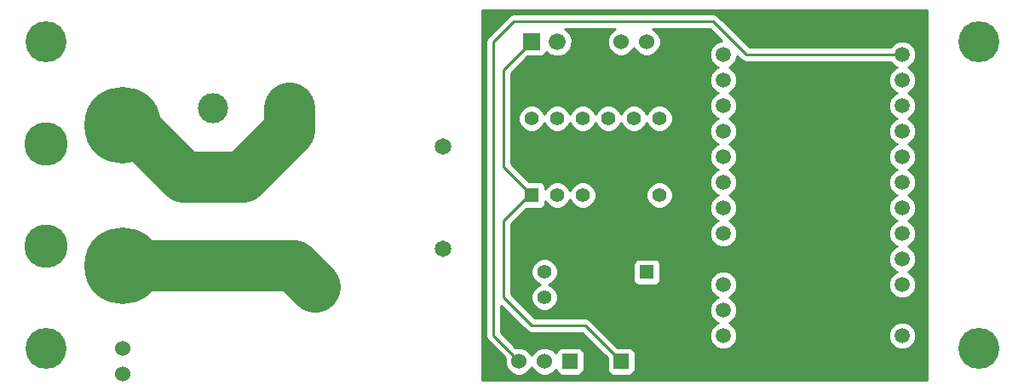
<source format=gbl>
G04 (created by PCBNEW (2013-07-07 BZR 4022)-stable) date Thu 15 Aug 2013 17:22:16 CST*
%MOIN*%
G04 Gerber Fmt 3.4, Leading zero omitted, Abs format*
%FSLAX34Y34*%
G01*
G70*
G90*
G04 APERTURE LIST*
%ADD10C,0.006*%
%ADD11C,0.0649*%
%ADD12C,0.121*%
%ADD13C,0.1181*%
%ADD14C,0.16*%
%ADD15R,0.06X0.06*%
%ADD16C,0.06*%
%ADD17R,0.055X0.055*%
%ADD18C,0.055*%
%ADD19R,0.066X0.066*%
%ADD20C,0.066*%
%ADD21C,0.17*%
%ADD22C,0.3*%
%ADD23C,0.0590551*%
%ADD24C,0.01*%
%ADD25C,0.2*%
G04 APERTURE END LIST*
G54D10*
G54D11*
X52943Y-38602D03*
X52943Y-34603D03*
G54D12*
X47944Y-40098D03*
G54D13*
X43940Y-33107D03*
X46944Y-33107D03*
G54D14*
X37400Y-42500D03*
X37400Y-30500D03*
X73900Y-42500D03*
X73900Y-30500D03*
G54D15*
X57900Y-43000D03*
G54D16*
X56900Y-43000D03*
X55900Y-43000D03*
G54D17*
X60900Y-39500D03*
G54D18*
X59900Y-39500D03*
G54D16*
X59900Y-30500D03*
X60900Y-30500D03*
G54D17*
X56400Y-36500D03*
G54D18*
X56400Y-33500D03*
X57900Y-39500D03*
X56900Y-39500D03*
X56900Y-40500D03*
G54D19*
X56400Y-30500D03*
G54D20*
X57400Y-30500D03*
G54D16*
X40400Y-43500D03*
X40400Y-42500D03*
G54D21*
X37400Y-38500D03*
X37400Y-34500D03*
G54D22*
X40400Y-39250D03*
X40400Y-33750D03*
G54D15*
X59900Y-43000D03*
G54D16*
X60900Y-43000D03*
G54D23*
X70900Y-42000D03*
X70900Y-41000D03*
X70900Y-40000D03*
X70900Y-39000D03*
X70900Y-38000D03*
X70900Y-37000D03*
X70900Y-36000D03*
X70900Y-35000D03*
X70900Y-34000D03*
X70900Y-33000D03*
X70900Y-32000D03*
X70900Y-31000D03*
X63900Y-31000D03*
X63900Y-32000D03*
X63900Y-33000D03*
X63900Y-34000D03*
X63900Y-35000D03*
X63900Y-36000D03*
X63900Y-37000D03*
X63900Y-38000D03*
X63900Y-39000D03*
X63900Y-40000D03*
X63900Y-41000D03*
X63900Y-42000D03*
G54D18*
X60400Y-33500D03*
X60400Y-36500D03*
X61400Y-33500D03*
X61400Y-36500D03*
X59400Y-33500D03*
X59400Y-36500D03*
X58400Y-33500D03*
X58400Y-36500D03*
X57400Y-33500D03*
X57400Y-36500D03*
G54D24*
X56400Y-36500D02*
X56300Y-36500D01*
X58500Y-41600D02*
X59900Y-43000D01*
X56400Y-41600D02*
X58500Y-41600D01*
X55300Y-40500D02*
X56400Y-41600D01*
X55300Y-37500D02*
X55300Y-40500D01*
X56300Y-36500D02*
X55300Y-37500D01*
X56400Y-30500D02*
X55300Y-31600D01*
X55300Y-35400D02*
X56400Y-36500D01*
X55300Y-31600D02*
X55300Y-35400D01*
X70900Y-31000D02*
X64800Y-31000D01*
X54900Y-42000D02*
X55900Y-43000D01*
X54900Y-30500D02*
X54900Y-42000D01*
X55700Y-29700D02*
X54900Y-30500D01*
X63500Y-29700D02*
X55700Y-29700D01*
X64800Y-31000D02*
X63500Y-29700D01*
X63900Y-43000D02*
X65900Y-41000D01*
X63900Y-39000D02*
X59900Y-39000D01*
X59900Y-39000D02*
X59900Y-37000D01*
X70900Y-41000D02*
X65900Y-41000D01*
X65900Y-41000D02*
X63900Y-39000D01*
X60900Y-43000D02*
X63900Y-43000D01*
X59400Y-36500D02*
X59900Y-37000D01*
X59900Y-39500D02*
X59900Y-39000D01*
X59900Y-37000D02*
X60400Y-36500D01*
X59900Y-39500D02*
X57900Y-39500D01*
G54D25*
X40400Y-33750D02*
X40750Y-33750D01*
X46944Y-33956D02*
X46944Y-33107D01*
X45100Y-35800D02*
X46944Y-33956D01*
X42800Y-35800D02*
X45100Y-35800D01*
X40750Y-33750D02*
X42800Y-35800D01*
X47096Y-39250D02*
X47944Y-40098D01*
X40400Y-39250D02*
X47096Y-39250D01*
G54D10*
G36*
X71850Y-43730D02*
X71445Y-43730D01*
X71445Y-41892D01*
X71445Y-39892D01*
X71362Y-39691D01*
X71209Y-39538D01*
X71117Y-39500D01*
X71208Y-39462D01*
X71361Y-39309D01*
X71445Y-39108D01*
X71445Y-38892D01*
X71362Y-38691D01*
X71209Y-38538D01*
X71117Y-38500D01*
X71208Y-38462D01*
X71361Y-38309D01*
X71445Y-38108D01*
X71445Y-37892D01*
X71362Y-37691D01*
X71209Y-37538D01*
X71117Y-37500D01*
X71208Y-37462D01*
X71361Y-37309D01*
X71445Y-37108D01*
X71445Y-36892D01*
X71362Y-36691D01*
X71209Y-36538D01*
X71117Y-36500D01*
X71208Y-36462D01*
X71361Y-36309D01*
X71445Y-36108D01*
X71445Y-35892D01*
X71362Y-35691D01*
X71209Y-35538D01*
X71117Y-35500D01*
X71208Y-35462D01*
X71361Y-35309D01*
X71445Y-35108D01*
X71445Y-34892D01*
X71362Y-34691D01*
X71209Y-34538D01*
X71117Y-34500D01*
X71208Y-34462D01*
X71361Y-34309D01*
X71445Y-34108D01*
X71445Y-33892D01*
X71362Y-33691D01*
X71209Y-33538D01*
X71117Y-33500D01*
X71208Y-33462D01*
X71361Y-33309D01*
X71445Y-33108D01*
X71445Y-32892D01*
X71362Y-32691D01*
X71209Y-32538D01*
X71117Y-32500D01*
X71208Y-32462D01*
X71361Y-32309D01*
X71445Y-32108D01*
X71445Y-31892D01*
X71362Y-31691D01*
X71209Y-31538D01*
X71117Y-31500D01*
X71208Y-31462D01*
X71361Y-31309D01*
X71445Y-31108D01*
X71445Y-30892D01*
X71362Y-30691D01*
X71209Y-30538D01*
X71008Y-30454D01*
X70792Y-30454D01*
X70591Y-30537D01*
X70438Y-30690D01*
X70434Y-30700D01*
X64924Y-30700D01*
X63712Y-29487D01*
X63614Y-29422D01*
X63500Y-29400D01*
X55700Y-29400D01*
X55585Y-29422D01*
X55487Y-29487D01*
X54687Y-30287D01*
X54622Y-30385D01*
X54600Y-30500D01*
X54600Y-42000D01*
X54622Y-42114D01*
X54687Y-42212D01*
X55354Y-42878D01*
X55350Y-42890D01*
X55349Y-43108D01*
X55433Y-43311D01*
X55588Y-43465D01*
X55790Y-43549D01*
X56008Y-43550D01*
X56211Y-43466D01*
X56365Y-43311D01*
X56399Y-43230D01*
X56433Y-43311D01*
X56588Y-43465D01*
X56790Y-43549D01*
X57008Y-43550D01*
X57211Y-43466D01*
X57349Y-43327D01*
X57349Y-43349D01*
X57387Y-43441D01*
X57458Y-43511D01*
X57550Y-43549D01*
X57649Y-43550D01*
X58249Y-43550D01*
X58341Y-43512D01*
X58411Y-43441D01*
X58449Y-43349D01*
X58450Y-43250D01*
X58450Y-42650D01*
X58412Y-42558D01*
X58341Y-42488D01*
X58249Y-42450D01*
X58150Y-42449D01*
X57550Y-42449D01*
X57458Y-42487D01*
X57388Y-42558D01*
X57350Y-42650D01*
X57350Y-42672D01*
X57211Y-42534D01*
X57009Y-42450D01*
X56791Y-42449D01*
X56588Y-42533D01*
X56434Y-42688D01*
X56400Y-42769D01*
X56366Y-42688D01*
X56211Y-42534D01*
X56009Y-42450D01*
X55791Y-42449D01*
X55779Y-42454D01*
X55200Y-41875D01*
X55200Y-40824D01*
X56187Y-41812D01*
X56187Y-41812D01*
X56285Y-41877D01*
X56400Y-41900D01*
X58375Y-41900D01*
X59349Y-42874D01*
X59349Y-43349D01*
X59387Y-43441D01*
X59458Y-43511D01*
X59550Y-43549D01*
X59649Y-43550D01*
X60249Y-43550D01*
X60341Y-43512D01*
X60411Y-43441D01*
X60449Y-43349D01*
X60450Y-43250D01*
X60450Y-42650D01*
X60412Y-42558D01*
X60341Y-42488D01*
X60249Y-42450D01*
X60150Y-42449D01*
X59774Y-42449D01*
X58712Y-41387D01*
X58614Y-41322D01*
X58500Y-41300D01*
X57425Y-41300D01*
X57425Y-40396D01*
X57345Y-40203D01*
X57197Y-40055D01*
X57064Y-39999D01*
X57197Y-39945D01*
X57344Y-39797D01*
X57424Y-39604D01*
X57425Y-39396D01*
X57345Y-39203D01*
X57197Y-39055D01*
X57004Y-38975D01*
X56796Y-38974D01*
X56603Y-39054D01*
X56455Y-39202D01*
X56375Y-39395D01*
X56374Y-39603D01*
X56454Y-39797D01*
X56602Y-39944D01*
X56735Y-40000D01*
X56603Y-40054D01*
X56455Y-40202D01*
X56375Y-40395D01*
X56374Y-40603D01*
X56454Y-40797D01*
X56602Y-40944D01*
X56795Y-41024D01*
X57003Y-41025D01*
X57197Y-40945D01*
X57344Y-40797D01*
X57424Y-40604D01*
X57425Y-40396D01*
X57425Y-41300D01*
X56524Y-41300D01*
X55600Y-40375D01*
X55600Y-37624D01*
X56199Y-37025D01*
X56724Y-37025D01*
X56816Y-36987D01*
X56886Y-36916D01*
X56924Y-36824D01*
X56925Y-36725D01*
X56925Y-36725D01*
X56954Y-36797D01*
X57102Y-36944D01*
X57295Y-37024D01*
X57503Y-37025D01*
X57697Y-36945D01*
X57844Y-36797D01*
X57900Y-36664D01*
X57954Y-36797D01*
X58102Y-36944D01*
X58295Y-37024D01*
X58503Y-37025D01*
X58697Y-36945D01*
X58844Y-36797D01*
X58924Y-36604D01*
X58925Y-36396D01*
X58845Y-36203D01*
X58697Y-36055D01*
X58504Y-35975D01*
X58296Y-35974D01*
X58103Y-36054D01*
X57955Y-36202D01*
X57899Y-36335D01*
X57845Y-36203D01*
X57697Y-36055D01*
X57504Y-35975D01*
X57296Y-35974D01*
X57103Y-36054D01*
X56955Y-36202D01*
X56925Y-36274D01*
X56925Y-36175D01*
X56887Y-36083D01*
X56816Y-36013D01*
X56724Y-35975D01*
X56625Y-35974D01*
X56299Y-35974D01*
X55600Y-35275D01*
X55600Y-31724D01*
X56244Y-31080D01*
X56779Y-31080D01*
X56871Y-31042D01*
X56941Y-30971D01*
X56974Y-30894D01*
X57071Y-30991D01*
X57284Y-31079D01*
X57514Y-31080D01*
X57728Y-30991D01*
X57891Y-30828D01*
X57979Y-30615D01*
X57980Y-30385D01*
X57891Y-30171D01*
X57728Y-30008D01*
X57708Y-30000D01*
X59669Y-30000D01*
X59588Y-30033D01*
X59434Y-30188D01*
X59350Y-30390D01*
X59349Y-30608D01*
X59433Y-30811D01*
X59588Y-30965D01*
X59790Y-31049D01*
X60008Y-31050D01*
X60211Y-30966D01*
X60365Y-30811D01*
X60399Y-30730D01*
X60433Y-30811D01*
X60588Y-30965D01*
X60790Y-31049D01*
X61008Y-31050D01*
X61211Y-30966D01*
X61365Y-30811D01*
X61449Y-30609D01*
X61450Y-30391D01*
X61366Y-30188D01*
X61211Y-30034D01*
X61130Y-30000D01*
X63375Y-30000D01*
X63830Y-30454D01*
X63792Y-30454D01*
X63591Y-30537D01*
X63438Y-30690D01*
X63354Y-30891D01*
X63354Y-31107D01*
X63437Y-31308D01*
X63590Y-31461D01*
X63682Y-31499D01*
X63591Y-31537D01*
X63438Y-31690D01*
X63354Y-31891D01*
X63354Y-32107D01*
X63437Y-32308D01*
X63590Y-32461D01*
X63682Y-32499D01*
X63591Y-32537D01*
X63438Y-32690D01*
X63354Y-32891D01*
X63354Y-33107D01*
X63437Y-33308D01*
X63590Y-33461D01*
X63682Y-33499D01*
X63591Y-33537D01*
X63438Y-33690D01*
X63354Y-33891D01*
X63354Y-34107D01*
X63437Y-34308D01*
X63590Y-34461D01*
X63682Y-34499D01*
X63591Y-34537D01*
X63438Y-34690D01*
X63354Y-34891D01*
X63354Y-35107D01*
X63437Y-35308D01*
X63590Y-35461D01*
X63682Y-35499D01*
X63591Y-35537D01*
X63438Y-35690D01*
X63354Y-35891D01*
X63354Y-36107D01*
X63437Y-36308D01*
X63590Y-36461D01*
X63682Y-36499D01*
X63591Y-36537D01*
X63438Y-36690D01*
X63354Y-36891D01*
X63354Y-37107D01*
X63437Y-37308D01*
X63590Y-37461D01*
X63682Y-37499D01*
X63591Y-37537D01*
X63438Y-37690D01*
X63354Y-37891D01*
X63354Y-38107D01*
X63437Y-38308D01*
X63590Y-38461D01*
X63791Y-38545D01*
X64007Y-38545D01*
X64208Y-38462D01*
X64361Y-38309D01*
X64445Y-38108D01*
X64445Y-37892D01*
X64362Y-37691D01*
X64209Y-37538D01*
X64117Y-37500D01*
X64208Y-37462D01*
X64361Y-37309D01*
X64445Y-37108D01*
X64445Y-36892D01*
X64362Y-36691D01*
X64209Y-36538D01*
X64117Y-36500D01*
X64208Y-36462D01*
X64361Y-36309D01*
X64445Y-36108D01*
X64445Y-35892D01*
X64362Y-35691D01*
X64209Y-35538D01*
X64117Y-35500D01*
X64208Y-35462D01*
X64361Y-35309D01*
X64445Y-35108D01*
X64445Y-34892D01*
X64362Y-34691D01*
X64209Y-34538D01*
X64117Y-34500D01*
X64208Y-34462D01*
X64361Y-34309D01*
X64445Y-34108D01*
X64445Y-33892D01*
X64362Y-33691D01*
X64209Y-33538D01*
X64117Y-33500D01*
X64208Y-33462D01*
X64361Y-33309D01*
X64445Y-33108D01*
X64445Y-32892D01*
X64362Y-32691D01*
X64209Y-32538D01*
X64117Y-32500D01*
X64208Y-32462D01*
X64361Y-32309D01*
X64445Y-32108D01*
X64445Y-31892D01*
X64362Y-31691D01*
X64209Y-31538D01*
X64117Y-31500D01*
X64208Y-31462D01*
X64361Y-31309D01*
X64445Y-31108D01*
X64445Y-31069D01*
X64587Y-31212D01*
X64685Y-31277D01*
X64800Y-31300D01*
X70433Y-31300D01*
X70437Y-31308D01*
X70590Y-31461D01*
X70682Y-31499D01*
X70591Y-31537D01*
X70438Y-31690D01*
X70354Y-31891D01*
X70354Y-32107D01*
X70437Y-32308D01*
X70590Y-32461D01*
X70682Y-32499D01*
X70591Y-32537D01*
X70438Y-32690D01*
X70354Y-32891D01*
X70354Y-33107D01*
X70437Y-33308D01*
X70590Y-33461D01*
X70682Y-33499D01*
X70591Y-33537D01*
X70438Y-33690D01*
X70354Y-33891D01*
X70354Y-34107D01*
X70437Y-34308D01*
X70590Y-34461D01*
X70682Y-34499D01*
X70591Y-34537D01*
X70438Y-34690D01*
X70354Y-34891D01*
X70354Y-35107D01*
X70437Y-35308D01*
X70590Y-35461D01*
X70682Y-35499D01*
X70591Y-35537D01*
X70438Y-35690D01*
X70354Y-35891D01*
X70354Y-36107D01*
X70437Y-36308D01*
X70590Y-36461D01*
X70682Y-36499D01*
X70591Y-36537D01*
X70438Y-36690D01*
X70354Y-36891D01*
X70354Y-37107D01*
X70437Y-37308D01*
X70590Y-37461D01*
X70682Y-37499D01*
X70591Y-37537D01*
X70438Y-37690D01*
X70354Y-37891D01*
X70354Y-38107D01*
X70437Y-38308D01*
X70590Y-38461D01*
X70682Y-38499D01*
X70591Y-38537D01*
X70438Y-38690D01*
X70354Y-38891D01*
X70354Y-39107D01*
X70437Y-39308D01*
X70590Y-39461D01*
X70682Y-39499D01*
X70591Y-39537D01*
X70438Y-39690D01*
X70354Y-39891D01*
X70354Y-40107D01*
X70437Y-40308D01*
X70590Y-40461D01*
X70791Y-40545D01*
X71007Y-40545D01*
X71208Y-40462D01*
X71361Y-40309D01*
X71445Y-40108D01*
X71445Y-39892D01*
X71445Y-41892D01*
X71362Y-41691D01*
X71209Y-41538D01*
X71008Y-41454D01*
X70792Y-41454D01*
X70591Y-41537D01*
X70438Y-41690D01*
X70354Y-41891D01*
X70354Y-42107D01*
X70437Y-42308D01*
X70590Y-42461D01*
X70791Y-42545D01*
X71007Y-42545D01*
X71208Y-42462D01*
X71361Y-42309D01*
X71445Y-42108D01*
X71445Y-41892D01*
X71445Y-43730D01*
X64445Y-43730D01*
X64445Y-41892D01*
X64362Y-41691D01*
X64209Y-41538D01*
X64117Y-41500D01*
X64208Y-41462D01*
X64361Y-41309D01*
X64445Y-41108D01*
X64445Y-40892D01*
X64362Y-40691D01*
X64209Y-40538D01*
X64117Y-40500D01*
X64208Y-40462D01*
X64361Y-40309D01*
X64445Y-40108D01*
X64445Y-39892D01*
X64362Y-39691D01*
X64209Y-39538D01*
X64008Y-39454D01*
X63792Y-39454D01*
X63591Y-39537D01*
X63438Y-39690D01*
X63354Y-39891D01*
X63354Y-40107D01*
X63437Y-40308D01*
X63590Y-40461D01*
X63682Y-40499D01*
X63591Y-40537D01*
X63438Y-40690D01*
X63354Y-40891D01*
X63354Y-41107D01*
X63437Y-41308D01*
X63590Y-41461D01*
X63682Y-41499D01*
X63591Y-41537D01*
X63438Y-41690D01*
X63354Y-41891D01*
X63354Y-42107D01*
X63437Y-42308D01*
X63590Y-42461D01*
X63791Y-42545D01*
X64007Y-42545D01*
X64208Y-42462D01*
X64361Y-42309D01*
X64445Y-42108D01*
X64445Y-41892D01*
X64445Y-43730D01*
X61925Y-43730D01*
X61925Y-36396D01*
X61925Y-33396D01*
X61845Y-33203D01*
X61697Y-33055D01*
X61504Y-32975D01*
X61296Y-32974D01*
X61103Y-33054D01*
X60955Y-33202D01*
X60899Y-33335D01*
X60845Y-33203D01*
X60697Y-33055D01*
X60504Y-32975D01*
X60296Y-32974D01*
X60103Y-33054D01*
X59955Y-33202D01*
X59899Y-33335D01*
X59845Y-33203D01*
X59697Y-33055D01*
X59504Y-32975D01*
X59296Y-32974D01*
X59103Y-33054D01*
X58955Y-33202D01*
X58899Y-33335D01*
X58845Y-33203D01*
X58697Y-33055D01*
X58504Y-32975D01*
X58296Y-32974D01*
X58103Y-33054D01*
X57955Y-33202D01*
X57899Y-33335D01*
X57845Y-33203D01*
X57697Y-33055D01*
X57504Y-32975D01*
X57296Y-32974D01*
X57103Y-33054D01*
X56955Y-33202D01*
X56899Y-33335D01*
X56845Y-33203D01*
X56697Y-33055D01*
X56504Y-32975D01*
X56296Y-32974D01*
X56103Y-33054D01*
X55955Y-33202D01*
X55875Y-33395D01*
X55874Y-33603D01*
X55954Y-33797D01*
X56102Y-33944D01*
X56295Y-34024D01*
X56503Y-34025D01*
X56697Y-33945D01*
X56844Y-33797D01*
X56900Y-33664D01*
X56954Y-33797D01*
X57102Y-33944D01*
X57295Y-34024D01*
X57503Y-34025D01*
X57697Y-33945D01*
X57844Y-33797D01*
X57900Y-33664D01*
X57954Y-33797D01*
X58102Y-33944D01*
X58295Y-34024D01*
X58503Y-34025D01*
X58697Y-33945D01*
X58844Y-33797D01*
X58900Y-33664D01*
X58954Y-33797D01*
X59102Y-33944D01*
X59295Y-34024D01*
X59503Y-34025D01*
X59697Y-33945D01*
X59844Y-33797D01*
X59900Y-33664D01*
X59954Y-33797D01*
X60102Y-33944D01*
X60295Y-34024D01*
X60503Y-34025D01*
X60697Y-33945D01*
X60844Y-33797D01*
X60900Y-33664D01*
X60954Y-33797D01*
X61102Y-33944D01*
X61295Y-34024D01*
X61503Y-34025D01*
X61697Y-33945D01*
X61844Y-33797D01*
X61924Y-33604D01*
X61925Y-33396D01*
X61925Y-36396D01*
X61845Y-36203D01*
X61697Y-36055D01*
X61504Y-35975D01*
X61296Y-35974D01*
X61103Y-36054D01*
X60955Y-36202D01*
X60875Y-36395D01*
X60874Y-36603D01*
X60954Y-36797D01*
X61102Y-36944D01*
X61295Y-37024D01*
X61503Y-37025D01*
X61697Y-36945D01*
X61844Y-36797D01*
X61924Y-36604D01*
X61925Y-36396D01*
X61925Y-43730D01*
X61425Y-43730D01*
X61425Y-39725D01*
X61425Y-39175D01*
X61387Y-39083D01*
X61316Y-39013D01*
X61224Y-38975D01*
X61125Y-38974D01*
X60575Y-38974D01*
X60483Y-39012D01*
X60413Y-39083D01*
X60375Y-39175D01*
X60374Y-39274D01*
X60374Y-39824D01*
X60412Y-39916D01*
X60483Y-39986D01*
X60575Y-40024D01*
X60674Y-40025D01*
X61224Y-40025D01*
X61316Y-39987D01*
X61386Y-39916D01*
X61424Y-39824D01*
X61425Y-39725D01*
X61425Y-43730D01*
X54450Y-43730D01*
X54450Y-29269D01*
X71850Y-29269D01*
X71850Y-43730D01*
X71850Y-43730D01*
G37*
G54D24*
X71850Y-43730D02*
X71445Y-43730D01*
X71445Y-41892D01*
X71445Y-39892D01*
X71362Y-39691D01*
X71209Y-39538D01*
X71117Y-39500D01*
X71208Y-39462D01*
X71361Y-39309D01*
X71445Y-39108D01*
X71445Y-38892D01*
X71362Y-38691D01*
X71209Y-38538D01*
X71117Y-38500D01*
X71208Y-38462D01*
X71361Y-38309D01*
X71445Y-38108D01*
X71445Y-37892D01*
X71362Y-37691D01*
X71209Y-37538D01*
X71117Y-37500D01*
X71208Y-37462D01*
X71361Y-37309D01*
X71445Y-37108D01*
X71445Y-36892D01*
X71362Y-36691D01*
X71209Y-36538D01*
X71117Y-36500D01*
X71208Y-36462D01*
X71361Y-36309D01*
X71445Y-36108D01*
X71445Y-35892D01*
X71362Y-35691D01*
X71209Y-35538D01*
X71117Y-35500D01*
X71208Y-35462D01*
X71361Y-35309D01*
X71445Y-35108D01*
X71445Y-34892D01*
X71362Y-34691D01*
X71209Y-34538D01*
X71117Y-34500D01*
X71208Y-34462D01*
X71361Y-34309D01*
X71445Y-34108D01*
X71445Y-33892D01*
X71362Y-33691D01*
X71209Y-33538D01*
X71117Y-33500D01*
X71208Y-33462D01*
X71361Y-33309D01*
X71445Y-33108D01*
X71445Y-32892D01*
X71362Y-32691D01*
X71209Y-32538D01*
X71117Y-32500D01*
X71208Y-32462D01*
X71361Y-32309D01*
X71445Y-32108D01*
X71445Y-31892D01*
X71362Y-31691D01*
X71209Y-31538D01*
X71117Y-31500D01*
X71208Y-31462D01*
X71361Y-31309D01*
X71445Y-31108D01*
X71445Y-30892D01*
X71362Y-30691D01*
X71209Y-30538D01*
X71008Y-30454D01*
X70792Y-30454D01*
X70591Y-30537D01*
X70438Y-30690D01*
X70434Y-30700D01*
X64924Y-30700D01*
X63712Y-29487D01*
X63614Y-29422D01*
X63500Y-29400D01*
X55700Y-29400D01*
X55585Y-29422D01*
X55487Y-29487D01*
X54687Y-30287D01*
X54622Y-30385D01*
X54600Y-30500D01*
X54600Y-42000D01*
X54622Y-42114D01*
X54687Y-42212D01*
X55354Y-42878D01*
X55350Y-42890D01*
X55349Y-43108D01*
X55433Y-43311D01*
X55588Y-43465D01*
X55790Y-43549D01*
X56008Y-43550D01*
X56211Y-43466D01*
X56365Y-43311D01*
X56399Y-43230D01*
X56433Y-43311D01*
X56588Y-43465D01*
X56790Y-43549D01*
X57008Y-43550D01*
X57211Y-43466D01*
X57349Y-43327D01*
X57349Y-43349D01*
X57387Y-43441D01*
X57458Y-43511D01*
X57550Y-43549D01*
X57649Y-43550D01*
X58249Y-43550D01*
X58341Y-43512D01*
X58411Y-43441D01*
X58449Y-43349D01*
X58450Y-43250D01*
X58450Y-42650D01*
X58412Y-42558D01*
X58341Y-42488D01*
X58249Y-42450D01*
X58150Y-42449D01*
X57550Y-42449D01*
X57458Y-42487D01*
X57388Y-42558D01*
X57350Y-42650D01*
X57350Y-42672D01*
X57211Y-42534D01*
X57009Y-42450D01*
X56791Y-42449D01*
X56588Y-42533D01*
X56434Y-42688D01*
X56400Y-42769D01*
X56366Y-42688D01*
X56211Y-42534D01*
X56009Y-42450D01*
X55791Y-42449D01*
X55779Y-42454D01*
X55200Y-41875D01*
X55200Y-40824D01*
X56187Y-41812D01*
X56187Y-41812D01*
X56285Y-41877D01*
X56400Y-41900D01*
X58375Y-41900D01*
X59349Y-42874D01*
X59349Y-43349D01*
X59387Y-43441D01*
X59458Y-43511D01*
X59550Y-43549D01*
X59649Y-43550D01*
X60249Y-43550D01*
X60341Y-43512D01*
X60411Y-43441D01*
X60449Y-43349D01*
X60450Y-43250D01*
X60450Y-42650D01*
X60412Y-42558D01*
X60341Y-42488D01*
X60249Y-42450D01*
X60150Y-42449D01*
X59774Y-42449D01*
X58712Y-41387D01*
X58614Y-41322D01*
X58500Y-41300D01*
X57425Y-41300D01*
X57425Y-40396D01*
X57345Y-40203D01*
X57197Y-40055D01*
X57064Y-39999D01*
X57197Y-39945D01*
X57344Y-39797D01*
X57424Y-39604D01*
X57425Y-39396D01*
X57345Y-39203D01*
X57197Y-39055D01*
X57004Y-38975D01*
X56796Y-38974D01*
X56603Y-39054D01*
X56455Y-39202D01*
X56375Y-39395D01*
X56374Y-39603D01*
X56454Y-39797D01*
X56602Y-39944D01*
X56735Y-40000D01*
X56603Y-40054D01*
X56455Y-40202D01*
X56375Y-40395D01*
X56374Y-40603D01*
X56454Y-40797D01*
X56602Y-40944D01*
X56795Y-41024D01*
X57003Y-41025D01*
X57197Y-40945D01*
X57344Y-40797D01*
X57424Y-40604D01*
X57425Y-40396D01*
X57425Y-41300D01*
X56524Y-41300D01*
X55600Y-40375D01*
X55600Y-37624D01*
X56199Y-37025D01*
X56724Y-37025D01*
X56816Y-36987D01*
X56886Y-36916D01*
X56924Y-36824D01*
X56925Y-36725D01*
X56925Y-36725D01*
X56954Y-36797D01*
X57102Y-36944D01*
X57295Y-37024D01*
X57503Y-37025D01*
X57697Y-36945D01*
X57844Y-36797D01*
X57900Y-36664D01*
X57954Y-36797D01*
X58102Y-36944D01*
X58295Y-37024D01*
X58503Y-37025D01*
X58697Y-36945D01*
X58844Y-36797D01*
X58924Y-36604D01*
X58925Y-36396D01*
X58845Y-36203D01*
X58697Y-36055D01*
X58504Y-35975D01*
X58296Y-35974D01*
X58103Y-36054D01*
X57955Y-36202D01*
X57899Y-36335D01*
X57845Y-36203D01*
X57697Y-36055D01*
X57504Y-35975D01*
X57296Y-35974D01*
X57103Y-36054D01*
X56955Y-36202D01*
X56925Y-36274D01*
X56925Y-36175D01*
X56887Y-36083D01*
X56816Y-36013D01*
X56724Y-35975D01*
X56625Y-35974D01*
X56299Y-35974D01*
X55600Y-35275D01*
X55600Y-31724D01*
X56244Y-31080D01*
X56779Y-31080D01*
X56871Y-31042D01*
X56941Y-30971D01*
X56974Y-30894D01*
X57071Y-30991D01*
X57284Y-31079D01*
X57514Y-31080D01*
X57728Y-30991D01*
X57891Y-30828D01*
X57979Y-30615D01*
X57980Y-30385D01*
X57891Y-30171D01*
X57728Y-30008D01*
X57708Y-30000D01*
X59669Y-30000D01*
X59588Y-30033D01*
X59434Y-30188D01*
X59350Y-30390D01*
X59349Y-30608D01*
X59433Y-30811D01*
X59588Y-30965D01*
X59790Y-31049D01*
X60008Y-31050D01*
X60211Y-30966D01*
X60365Y-30811D01*
X60399Y-30730D01*
X60433Y-30811D01*
X60588Y-30965D01*
X60790Y-31049D01*
X61008Y-31050D01*
X61211Y-30966D01*
X61365Y-30811D01*
X61449Y-30609D01*
X61450Y-30391D01*
X61366Y-30188D01*
X61211Y-30034D01*
X61130Y-30000D01*
X63375Y-30000D01*
X63830Y-30454D01*
X63792Y-30454D01*
X63591Y-30537D01*
X63438Y-30690D01*
X63354Y-30891D01*
X63354Y-31107D01*
X63437Y-31308D01*
X63590Y-31461D01*
X63682Y-31499D01*
X63591Y-31537D01*
X63438Y-31690D01*
X63354Y-31891D01*
X63354Y-32107D01*
X63437Y-32308D01*
X63590Y-32461D01*
X63682Y-32499D01*
X63591Y-32537D01*
X63438Y-32690D01*
X63354Y-32891D01*
X63354Y-33107D01*
X63437Y-33308D01*
X63590Y-33461D01*
X63682Y-33499D01*
X63591Y-33537D01*
X63438Y-33690D01*
X63354Y-33891D01*
X63354Y-34107D01*
X63437Y-34308D01*
X63590Y-34461D01*
X63682Y-34499D01*
X63591Y-34537D01*
X63438Y-34690D01*
X63354Y-34891D01*
X63354Y-35107D01*
X63437Y-35308D01*
X63590Y-35461D01*
X63682Y-35499D01*
X63591Y-35537D01*
X63438Y-35690D01*
X63354Y-35891D01*
X63354Y-36107D01*
X63437Y-36308D01*
X63590Y-36461D01*
X63682Y-36499D01*
X63591Y-36537D01*
X63438Y-36690D01*
X63354Y-36891D01*
X63354Y-37107D01*
X63437Y-37308D01*
X63590Y-37461D01*
X63682Y-37499D01*
X63591Y-37537D01*
X63438Y-37690D01*
X63354Y-37891D01*
X63354Y-38107D01*
X63437Y-38308D01*
X63590Y-38461D01*
X63791Y-38545D01*
X64007Y-38545D01*
X64208Y-38462D01*
X64361Y-38309D01*
X64445Y-38108D01*
X64445Y-37892D01*
X64362Y-37691D01*
X64209Y-37538D01*
X64117Y-37500D01*
X64208Y-37462D01*
X64361Y-37309D01*
X64445Y-37108D01*
X64445Y-36892D01*
X64362Y-36691D01*
X64209Y-36538D01*
X64117Y-36500D01*
X64208Y-36462D01*
X64361Y-36309D01*
X64445Y-36108D01*
X64445Y-35892D01*
X64362Y-35691D01*
X64209Y-35538D01*
X64117Y-35500D01*
X64208Y-35462D01*
X64361Y-35309D01*
X64445Y-35108D01*
X64445Y-34892D01*
X64362Y-34691D01*
X64209Y-34538D01*
X64117Y-34500D01*
X64208Y-34462D01*
X64361Y-34309D01*
X64445Y-34108D01*
X64445Y-33892D01*
X64362Y-33691D01*
X64209Y-33538D01*
X64117Y-33500D01*
X64208Y-33462D01*
X64361Y-33309D01*
X64445Y-33108D01*
X64445Y-32892D01*
X64362Y-32691D01*
X64209Y-32538D01*
X64117Y-32500D01*
X64208Y-32462D01*
X64361Y-32309D01*
X64445Y-32108D01*
X64445Y-31892D01*
X64362Y-31691D01*
X64209Y-31538D01*
X64117Y-31500D01*
X64208Y-31462D01*
X64361Y-31309D01*
X64445Y-31108D01*
X64445Y-31069D01*
X64587Y-31212D01*
X64685Y-31277D01*
X64800Y-31300D01*
X70433Y-31300D01*
X70437Y-31308D01*
X70590Y-31461D01*
X70682Y-31499D01*
X70591Y-31537D01*
X70438Y-31690D01*
X70354Y-31891D01*
X70354Y-32107D01*
X70437Y-32308D01*
X70590Y-32461D01*
X70682Y-32499D01*
X70591Y-32537D01*
X70438Y-32690D01*
X70354Y-32891D01*
X70354Y-33107D01*
X70437Y-33308D01*
X70590Y-33461D01*
X70682Y-33499D01*
X70591Y-33537D01*
X70438Y-33690D01*
X70354Y-33891D01*
X70354Y-34107D01*
X70437Y-34308D01*
X70590Y-34461D01*
X70682Y-34499D01*
X70591Y-34537D01*
X70438Y-34690D01*
X70354Y-34891D01*
X70354Y-35107D01*
X70437Y-35308D01*
X70590Y-35461D01*
X70682Y-35499D01*
X70591Y-35537D01*
X70438Y-35690D01*
X70354Y-35891D01*
X70354Y-36107D01*
X70437Y-36308D01*
X70590Y-36461D01*
X70682Y-36499D01*
X70591Y-36537D01*
X70438Y-36690D01*
X70354Y-36891D01*
X70354Y-37107D01*
X70437Y-37308D01*
X70590Y-37461D01*
X70682Y-37499D01*
X70591Y-37537D01*
X70438Y-37690D01*
X70354Y-37891D01*
X70354Y-38107D01*
X70437Y-38308D01*
X70590Y-38461D01*
X70682Y-38499D01*
X70591Y-38537D01*
X70438Y-38690D01*
X70354Y-38891D01*
X70354Y-39107D01*
X70437Y-39308D01*
X70590Y-39461D01*
X70682Y-39499D01*
X70591Y-39537D01*
X70438Y-39690D01*
X70354Y-39891D01*
X70354Y-40107D01*
X70437Y-40308D01*
X70590Y-40461D01*
X70791Y-40545D01*
X71007Y-40545D01*
X71208Y-40462D01*
X71361Y-40309D01*
X71445Y-40108D01*
X71445Y-39892D01*
X71445Y-41892D01*
X71362Y-41691D01*
X71209Y-41538D01*
X71008Y-41454D01*
X70792Y-41454D01*
X70591Y-41537D01*
X70438Y-41690D01*
X70354Y-41891D01*
X70354Y-42107D01*
X70437Y-42308D01*
X70590Y-42461D01*
X70791Y-42545D01*
X71007Y-42545D01*
X71208Y-42462D01*
X71361Y-42309D01*
X71445Y-42108D01*
X71445Y-41892D01*
X71445Y-43730D01*
X64445Y-43730D01*
X64445Y-41892D01*
X64362Y-41691D01*
X64209Y-41538D01*
X64117Y-41500D01*
X64208Y-41462D01*
X64361Y-41309D01*
X64445Y-41108D01*
X64445Y-40892D01*
X64362Y-40691D01*
X64209Y-40538D01*
X64117Y-40500D01*
X64208Y-40462D01*
X64361Y-40309D01*
X64445Y-40108D01*
X64445Y-39892D01*
X64362Y-39691D01*
X64209Y-39538D01*
X64008Y-39454D01*
X63792Y-39454D01*
X63591Y-39537D01*
X63438Y-39690D01*
X63354Y-39891D01*
X63354Y-40107D01*
X63437Y-40308D01*
X63590Y-40461D01*
X63682Y-40499D01*
X63591Y-40537D01*
X63438Y-40690D01*
X63354Y-40891D01*
X63354Y-41107D01*
X63437Y-41308D01*
X63590Y-41461D01*
X63682Y-41499D01*
X63591Y-41537D01*
X63438Y-41690D01*
X63354Y-41891D01*
X63354Y-42107D01*
X63437Y-42308D01*
X63590Y-42461D01*
X63791Y-42545D01*
X64007Y-42545D01*
X64208Y-42462D01*
X64361Y-42309D01*
X64445Y-42108D01*
X64445Y-41892D01*
X64445Y-43730D01*
X61925Y-43730D01*
X61925Y-36396D01*
X61925Y-33396D01*
X61845Y-33203D01*
X61697Y-33055D01*
X61504Y-32975D01*
X61296Y-32974D01*
X61103Y-33054D01*
X60955Y-33202D01*
X60899Y-33335D01*
X60845Y-33203D01*
X60697Y-33055D01*
X60504Y-32975D01*
X60296Y-32974D01*
X60103Y-33054D01*
X59955Y-33202D01*
X59899Y-33335D01*
X59845Y-33203D01*
X59697Y-33055D01*
X59504Y-32975D01*
X59296Y-32974D01*
X59103Y-33054D01*
X58955Y-33202D01*
X58899Y-33335D01*
X58845Y-33203D01*
X58697Y-33055D01*
X58504Y-32975D01*
X58296Y-32974D01*
X58103Y-33054D01*
X57955Y-33202D01*
X57899Y-33335D01*
X57845Y-33203D01*
X57697Y-33055D01*
X57504Y-32975D01*
X57296Y-32974D01*
X57103Y-33054D01*
X56955Y-33202D01*
X56899Y-33335D01*
X56845Y-33203D01*
X56697Y-33055D01*
X56504Y-32975D01*
X56296Y-32974D01*
X56103Y-33054D01*
X55955Y-33202D01*
X55875Y-33395D01*
X55874Y-33603D01*
X55954Y-33797D01*
X56102Y-33944D01*
X56295Y-34024D01*
X56503Y-34025D01*
X56697Y-33945D01*
X56844Y-33797D01*
X56900Y-33664D01*
X56954Y-33797D01*
X57102Y-33944D01*
X57295Y-34024D01*
X57503Y-34025D01*
X57697Y-33945D01*
X57844Y-33797D01*
X57900Y-33664D01*
X57954Y-33797D01*
X58102Y-33944D01*
X58295Y-34024D01*
X58503Y-34025D01*
X58697Y-33945D01*
X58844Y-33797D01*
X58900Y-33664D01*
X58954Y-33797D01*
X59102Y-33944D01*
X59295Y-34024D01*
X59503Y-34025D01*
X59697Y-33945D01*
X59844Y-33797D01*
X59900Y-33664D01*
X59954Y-33797D01*
X60102Y-33944D01*
X60295Y-34024D01*
X60503Y-34025D01*
X60697Y-33945D01*
X60844Y-33797D01*
X60900Y-33664D01*
X60954Y-33797D01*
X61102Y-33944D01*
X61295Y-34024D01*
X61503Y-34025D01*
X61697Y-33945D01*
X61844Y-33797D01*
X61924Y-33604D01*
X61925Y-33396D01*
X61925Y-36396D01*
X61845Y-36203D01*
X61697Y-36055D01*
X61504Y-35975D01*
X61296Y-35974D01*
X61103Y-36054D01*
X60955Y-36202D01*
X60875Y-36395D01*
X60874Y-36603D01*
X60954Y-36797D01*
X61102Y-36944D01*
X61295Y-37024D01*
X61503Y-37025D01*
X61697Y-36945D01*
X61844Y-36797D01*
X61924Y-36604D01*
X61925Y-36396D01*
X61925Y-43730D01*
X61425Y-43730D01*
X61425Y-39725D01*
X61425Y-39175D01*
X61387Y-39083D01*
X61316Y-39013D01*
X61224Y-38975D01*
X61125Y-38974D01*
X60575Y-38974D01*
X60483Y-39012D01*
X60413Y-39083D01*
X60375Y-39175D01*
X60374Y-39274D01*
X60374Y-39824D01*
X60412Y-39916D01*
X60483Y-39986D01*
X60575Y-40024D01*
X60674Y-40025D01*
X61224Y-40025D01*
X61316Y-39987D01*
X61386Y-39916D01*
X61424Y-39824D01*
X61425Y-39725D01*
X61425Y-43730D01*
X54450Y-43730D01*
X54450Y-29269D01*
X71850Y-29269D01*
X71850Y-43730D01*
M02*

</source>
